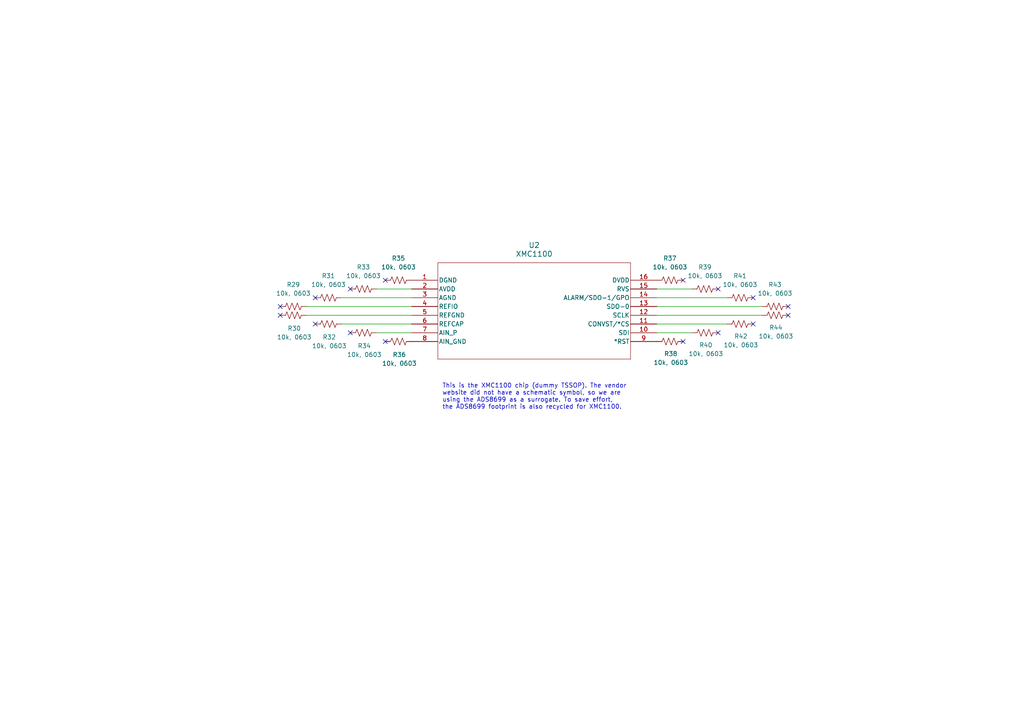
<source format=kicad_sch>
(kicad_sch (version 20250114) (generator "eeschema") (generator_version "9.0")
  (paper "A4")
  (lib_symbols
    (symbol "ADS8699:ADS8699IPW" (pin_names (offset 0.254))
      (property "Reference" "U" (at 35.56 10.16 0))
      (property "Value" "ADS8699IPW" (at 35.56 7.62 0))
      (symbol "ADS8699IPW_0_1"
        (polyline (pts (xy 7.62 5.08) (xy 7.62 -22.86)) (stroke (width 0.127)))
        (polyline (pts (xy 7.62 -22.86) (xy 63.5 -22.86)) (stroke (width 0.127)))
        (polyline (pts (xy 63.5 5.08) (xy 7.62 5.08)) (stroke (width 0.127)))
        (polyline (pts (xy 63.5 -22.86) (xy 63.5 5.08)) (stroke (width 0.127)))
        (pin power_in line (at 0 0 0) (length 7.62) (name "DGND") (number "1"))
        (pin power_in line (at 0 -2.54 0) (length 7.62) (name "AVDD") (number "2"))
        (pin power_in line (at 0 -5.08 0) (length 7.62) (name "AGND") (number "3"))
        (pin bidirectional line (at 0 -7.62 0) (length 7.62) (name "REFIO") (number "4"))
        (pin power_in line (at 0 -10.16 0) (length 7.62) (name "REFGND") (number "5"))
        (pin output line (at 0 -12.7 0) (length 7.62) (name "REFCAP") (number "6"))
        (pin input line (at 0 -15.24 0) (length 7.62) (name "AIN_P") (number "7"))
        (pin input line (at 0 -17.78 0) (length 7.62) (name "AIN_GND") (number "8"))
        (pin power_in line (at 71.12 0 180) (length 7.62) (name "DVDD") (number "16"))
        (pin output line (at 71.12 -2.54 180) (length 7.62) (name "RVS") (number "15"))
        (pin output line (at 71.12 -5.08 180) (length 7.62) (name "ALARM/SDO-1/GPO") (number "14"))
        (pin output line (at 71.12 -7.62 180) (length 7.62) (name "SDO-0") (number "13"))
        (pin input line (at 71.12 -10.16 180) (length 7.62) (name "SCLK") (number "12"))
        (pin input line (at 71.12 -12.7 180) (length 7.62) (name "CONVST/*CS") (number "11"))
        (pin input line (at 71.12 -15.24 180) (length 7.62) (name "SDI") (number "10"))
        (pin input line (at 71.12 -17.78 180) (length 7.62) (name "*RST") (number "9"))
      )
    )
    (symbol "Device:R_US" (pin_numbers (hide yes)) (pin_names (offset 0))
      (property "Reference" "R" (at 2.54 0 90))
      (property "Value" "R_US" (at -2.54 0 90))
      (symbol "R_US_0_1"
        (polyline (pts (xy 0 2.286) (xy 0 2.54)))
        (polyline (pts (xy 0 2.286) (xy 1.016 1.905) (xy 0 1.524) (xy -1.016 1.143) (xy 0 0.762)))
        (polyline (pts (xy 0 0.762) (xy 1.016 0.381) (xy 0 0) (xy -1.016 -0.381) (xy 0 -0.762)))
        (polyline (pts (xy 0 -0.762) (xy 1.016 -1.143) (xy 0 -1.524) (xy -1.016 -1.905) (xy 0 -2.286)))
        (polyline (pts (xy 0 -2.286) (xy 0 -2.54)))
      )
      (symbol "R_US_1_1"
        (pin passive line (at 0 3.81 270) (length 1.27) (name "~") (number "1"))
        (pin passive line (at 0 -3.81 90) (length 1.27) (name "~") (number "2"))
      )
    )
  )
  (text "This is the XMC1100 chip (dummy TSSOP). The vendor\nwebsite did not have a schematic symbol, so we are\nusing the ADS8699 as a surrogate. To save effort,\nthe ADS8699 footprint is also recycled for XMC1100." (at 128.27 111.252 0) (effects (font (size 1.27 1.27)) (justify left top)))
  (no_connect (at 208.28 83.82))
  (no_connect (at 198.12 81.28))
  (no_connect (at 228.6 91.44))
  (no_connect (at 111.76 99.06))
  (no_connect (at 218.44 93.98))
  (no_connect (at 228.6 88.9))
  (no_connect (at 91.44 86.36))
  (no_connect (at 198.12 99.06))
  (no_connect (at 101.6 96.52))
  (no_connect (at 218.44 86.36))
  (no_connect (at 208.28 96.52))
  (no_connect (at 101.6 83.82))
  (no_connect (at 81.28 88.9))
  (no_connect (at 91.44 93.98))
  (no_connect (at 111.76 81.28))
  (no_connect (at 81.28 91.44))
  (wire (pts (xy 190.5 93.98) (xy 210.82 93.98)))
  (wire (pts (xy 109.22 83.82) (xy 119.38 83.82)))
  (wire (pts (xy 99.06 93.98) (xy 119.38 93.98)))
  (wire (pts (xy 190.5 86.36) (xy 210.82 86.36)))
  (wire (pts (xy 190.5 96.52) (xy 200.66 96.52)))
  (wire (pts (xy 88.9 91.44) (xy 119.38 91.44)))
  (wire (pts (xy 88.9 88.9) (xy 119.38 88.9)))
  (wire (pts (xy 109.22 96.52) (xy 119.38 96.52)))
  (wire (pts (xy 190.5 88.9) (xy 220.98 88.9)))
  (wire (pts (xy 190.5 91.44) (xy 220.98 91.44)))
  (wire (pts (xy 190.5 83.82) (xy 200.66 83.82)))
  (wire (pts (xy 99.06 86.36) (xy 119.38 86.36)))
  (symbol (lib_id "Device:R_US") (at 194.31 81.28 90) (unit 1)
    (property "Reference" "R37" (at 194.31 74.93 90))
    (property "Value" "10k, 0603" (at 194.31 77.47 90))
    (property "Footprint" "TwoTerminal:RESC0603" (effects (hide yes)))
    (property "Description" "Resistor, US symbol" (effects (hide yes)))
    (property "Purchase Link" "https://www.digikey.com/en/products/detail/vishay-dale/CRCW060310K0FKEA/1174782" (effects (hide yes)))
    (property "Cost" "$0.10" (effects (hide yes)))
    (property "RoHS Compliant" "YES" (effects (hide yes)))
    (property "Cost (qty10)" "$0.030" (effects (hide yes)))
  )
  (symbol (lib_id "Device:R_US") (at 95.25 86.36 90) (unit 1)
    (property "Reference" "R31" (at 95.25 80.01 90))
    (property "Value" "10k, 0603" (at 95.25 82.55 90))
    (property "Footprint" "TwoTerminal:RESC0603" (effects (hide yes)))
    (property "Description" "Resistor, US symbol" (effects (hide yes)))
    (property "Purchase Link" "https://www.digikey.com/en/products/detail/vishay-dale/CRCW060310K0FKEA/1174782" (effects (hide yes)))
    (property "Cost" "$0.10" (effects (hide yes)))
    (property "RoHS Compliant" "YES" (effects (hide yes)))
    (property "Cost (qty10)" "$0.030" (effects (hide yes)))
  )
  (symbol (lib_id "Device:R_US") (at 204.47 96.52 90) (unit 1)
    (property "Reference" "R40" (at 204.724 100.076 90))
    (property "Value" "10k, 0603" (at 204.724 102.616 90))
    (property "Footprint" "TwoTerminal:RESC0603" (effects (hide yes)))
    (property "Description" "Resistor, US symbol" (effects (hide yes)))
    (property "Purchase Link" "https://www.digikey.com/en/products/detail/vishay-dale/CRCW060310K0FKEA/1174782" (effects (hide yes)))
    (property "Cost" "$0.10" (effects (hide yes)))
    (property "RoHS Compliant" "YES" (effects (hide yes)))
    (property "Cost (qty10)" "$0.030" (effects (hide yes)))
  )
  (symbol (lib_id "Device:R_US") (at 224.79 91.44 90) (unit 1)
    (property "Reference" "R44" (at 225.044 94.996 90))
    (property "Value" "10k, 0603" (at 225.044 97.536 90))
    (property "Footprint" "TwoTerminal:RESC0603" (effects (hide yes)))
    (property "Description" "Resistor, US symbol" (effects (hide yes)))
    (property "Purchase Link" "https://www.digikey.com/en/products/detail/vishay-dale/CRCW060310K0FKEA/1174782" (effects (hide yes)))
    (property "Cost" "$0.10" (effects (hide yes)))
    (property "RoHS Compliant" "YES" (effects (hide yes)))
    (property "Cost (qty10)" "$0.030" (effects (hide yes)))
  )
  (symbol (lib_id "Device:R_US") (at 224.79 88.9 90) (unit 1)
    (property "Reference" "R43" (at 224.79 82.55 90))
    (property "Value" "10k, 0603" (at 224.79 85.09 90))
    (property "Footprint" "TwoTerminal:RESC0603" (effects (hide yes)))
    (property "Description" "Resistor, US symbol" (effects (hide yes)))
    (property "Purchase Link" "https://www.digikey.com/en/products/detail/vishay-dale/CRCW060310K0FKEA/1174782" (effects (hide yes)))
    (property "Cost" "$0.10" (effects (hide yes)))
    (property "RoHS Compliant" "YES" (effects (hide yes)))
    (property "Cost (qty10)" "$0.030" (effects (hide yes)))
  )
  (symbol (lib_id "Device:R_US") (at 115.57 99.06 90) (unit 1)
    (property "Reference" "R36" (at 115.824 102.87 90))
    (property "Value" "10k, 0603" (at 115.824 105.41 90))
    (property "Footprint" "TwoTerminal:RESC0603" (effects (hide yes)))
    (property "Description" "Resistor, US symbol" (effects (hide yes)))
    (property "Purchase Link" "https://www.digikey.com/en/products/detail/vishay-dale/CRCW060310K0FKEA/1174782" (effects (hide yes)))
    (property "Cost" "$0.10" (effects (hide yes)))
    (property "RoHS Compliant" "YES" (effects (hide yes)))
    (property "Cost (qty10)" "$0.030" (effects (hide yes)))
  )
  (symbol (lib_id "Device:R_US") (at 105.41 83.82 90) (unit 1)
    (property "Reference" "R33" (at 105.41 77.47 90))
    (property "Value" "10k, 0603" (at 105.41 80.01 90))
    (property "Footprint" "TwoTerminal:RESC0603" (effects (hide yes)))
    (property "Description" "Resistor, US symbol" (effects (hide yes)))
    (property "Purchase Link" "https://www.digikey.com/en/products/detail/vishay-dale/CRCW060310K0FKEA/1174782" (effects (hide yes)))
    (property "Cost" "$0.10" (effects (hide yes)))
    (property "RoHS Compliant" "YES" (effects (hide yes)))
    (property "Cost (qty10)" "$0.030" (effects (hide yes)))
  )
  (symbol (lib_id "Device:R_US") (at 115.57 81.28 90) (unit 1)
    (property "Reference" "R35" (at 115.57 74.93 90))
    (property "Value" "10k, 0603" (at 115.57 77.47 90))
    (property "Footprint" "TwoTerminal:RESC0603" (effects (hide yes)))
    (property "Description" "Resistor, US symbol" (effects (hide yes)))
    (property "Purchase Link" "https://www.digikey.com/en/products/detail/vishay-dale/CRCW060310K0FKEA/1174782" (effects (hide yes)))
    (property "Cost" "$0.10" (effects (hide yes)))
    (property "RoHS Compliant" "YES" (effects (hide yes)))
    (property "Cost (qty10)" "$0.030" (effects (hide yes)))
  )
  (symbol (lib_id "Device:R_US") (at 85.09 91.44 90) (unit 1)
    (property "Reference" "R30" (at 85.344 95.25 90))
    (property "Value" "10k, 0603" (at 85.344 97.79 90))
    (property "Footprint" "TwoTerminal:RESC0603" (effects (hide yes)))
    (property "Description" "Resistor, US symbol" (effects (hide yes)))
    (property "Purchase Link" "https://www.digikey.com/en/products/detail/vishay-dale/CRCW060310K0FKEA/1174782" (effects (hide yes)))
    (property "Cost" "$0.10" (effects (hide yes)))
    (property "RoHS Compliant" "YES" (effects (hide yes)))
    (property "Cost (qty10)" "$0.030" (effects (hide yes)))
  )
  (symbol (lib_id "Device:R_US") (at 214.63 86.36 90) (unit 1)
    (property "Reference" "R41" (at 214.63 80.01 90))
    (property "Value" "10k, 0603" (at 214.63 82.55 90))
    (property "Footprint" "TwoTerminal:RESC0603" (effects (hide yes)))
    (property "Description" "Resistor, US symbol" (effects (hide yes)))
    (property "Purchase Link" "https://www.digikey.com/en/products/detail/vishay-dale/CRCW060310K0FKEA/1174782" (effects (hide yes)))
    (property "Cost" "$0.10" (effects (hide yes)))
    (property "RoHS Compliant" "YES" (effects (hide yes)))
    (property "Cost (qty10)" "$0.030" (effects (hide yes)))
  )
  (symbol (lib_id "Device:R_US") (at 204.47 83.82 90) (unit 1)
    (property "Reference" "R39" (at 204.47 77.47 90))
    (property "Value" "10k, 0603" (at 204.47 80.01 90))
    (property "Footprint" "TwoTerminal:RESC0603" (effects (hide yes)))
    (property "Description" "Resistor, US symbol" (effects (hide yes)))
    (property "Purchase Link" "https://www.digikey.com/en/products/detail/vishay-dale/CRCW060310K0FKEA/1174782" (effects (hide yes)))
    (property "Cost" "$0.10" (effects (hide yes)))
    (property "RoHS Compliant" "YES" (effects (hide yes)))
    (property "Cost (qty10)" "$0.030" (effects (hide yes)))
  )
  (symbol (lib_id "Device:R_US") (at 95.25 93.98 90) (unit 1)
    (property "Reference" "R32" (at 95.504 97.79 90))
    (property "Value" "10k, 0603" (at 95.504 100.33 90))
    (property "Footprint" "TwoTerminal:RESC0603" (effects (hide yes)))
    (property "Description" "Resistor, US symbol" (effects (hide yes)))
    (property "Purchase Link" "https://www.digikey.com/en/products/detail/vishay-dale/CRCW060310K0FKEA/1174782" (effects (hide yes)))
    (property "Cost" "$0.10" (effects (hide yes)))
    (property "RoHS Compliant" "YES" (effects (hide yes)))
    (property "Cost (qty10)" "$0.030" (effects (hide yes)))
  )
  (symbol (lib_id "Device:R_US") (at 194.31 99.06 90) (unit 1)
    (property "Reference" "R38" (at 194.564 102.616 90))
    (property "Value" "10k, 0603" (at 194.564 105.156 90))
    (property "Footprint" "TwoTerminal:RESC0603" (effects (hide yes)))
    (property "Description" "Resistor, US symbol" (effects (hide yes)))
    (property "Purchase Link" "https://www.digikey.com/en/products/detail/vishay-dale/CRCW060310K0FKEA/1174782" (effects (hide yes)))
    (property "Cost" "$0.10" (effects (hide yes)))
    (property "RoHS Compliant" "YES" (effects (hide yes)))
    (property "Cost (qty10)" "$0.030" (effects (hide yes)))
  )
  (symbol (lib_id "Device:R_US") (at 214.63 93.98 90) (unit 1)
    (property "Reference" "R42" (at 214.884 97.536 90))
    (property "Value" "10k, 0603" (at 214.884 100.076 90))
    (property "Footprint" "TwoTerminal:RESC0603" (effects (hide yes)))
    (property "Description" "Resistor, US symbol" (effects (hide yes)))
    (property "Purchase Link" "https://www.digikey.com/en/products/detail/vishay-dale/CRCW060310K0FKEA/1174782" (effects (hide yes)))
    (property "Cost" "$0.10" (effects (hide yes)))
    (property "RoHS Compliant" "YES" (effects (hide yes)))
    (property "Cost (qty10)" "$0.030" (effects (hide yes)))
  )
  (symbol (lib_id "Device:R_US") (at 85.09 88.9 90) (unit 1)
    (property "Reference" "R29" (at 85.09 82.55 90))
    (property "Value" "10k, 0603" (at 85.09 85.09 90))
    (property "Footprint" "TwoTerminal:RESC0603" (effects (hide yes)))
    (property "Description" "Resistor, US symbol" (effects (hide yes)))
    (property "Purchase Link" "https://www.digikey.com/en/products/detail/vishay-dale/CRCW060310K0FKEA/1174782" (effects (hide yes)))
    (property "Cost" "$0.10" (effects (hide yes)))
    (property "RoHS Compliant" "YES" (effects (hide yes)))
    (property "Cost (qty10)" "$0.030" (effects (hide yes)))
  )
  (symbol (lib_id "Device:R_US") (at 105.41 96.52 90) (unit 1)
    (property "Reference" "R34" (at 105.664 100.33 90))
    (property "Value" "10k, 0603" (at 105.664 102.87 90))
    (property "Footprint" "TwoTerminal:RESC0603" (effects (hide yes)))
    (property "Description" "Resistor, US symbol" (effects (hide yes)))
    (property "Purchase Link" "https://www.digikey.com/en/products/detail/vishay-dale/CRCW060310K0FKEA/1174782" (effects (hide yes)))
    (property "Cost" "$0.10" (effects (hide yes)))
    (property "RoHS Compliant" "YES" (effects (hide yes)))
    (property "Cost (qty10)" "$0.030" (effects (hide yes)))
  )
  (symbol (lib_id "ADS8699:ADS8699IPW") (at 119.38 81.28 0) (unit 1)
    (property "Reference" "U2" (at 154.94 71.12 0) (effects (font (size 1.524 1.524))))
    (property "Value" "XMC1100" (at 154.94 73.66 0) (effects (font (size 1.524 1.524))))
    (property "Footprint" "IC:ADS8699" (effects (hide yes)))
    (property "Purchase Link" "https://www.digikey.com/en/products/detail/infineon-technologies/XMC1100T016F0016ABXUMA1/5845348" (effects (hide yes)))
    (property "Cost" "$0.69" (effects (hide yes)))
    (property "RoHS Compliant" "YES" (effects (hide yes)))
    (property "Cost (qty10)" "$0.489" (effects (hide yes)))
  )
)
</source>
